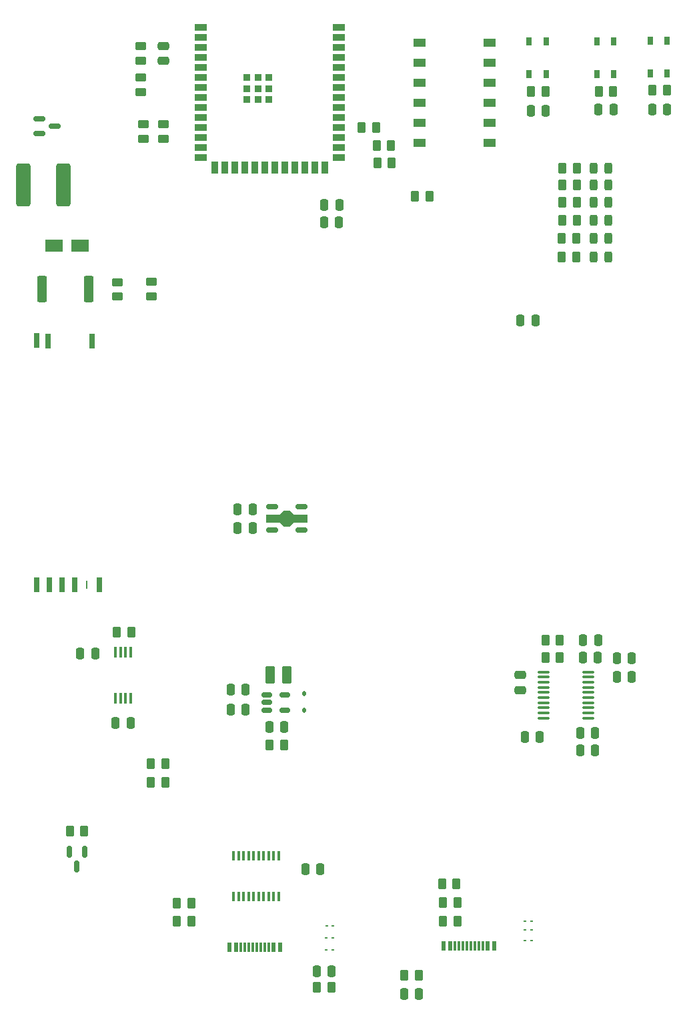
<source format=gbr>
%TF.GenerationSoftware,KiCad,Pcbnew,8.0.4*%
%TF.CreationDate,2025-01-31T21:40:56-05:00*%
%TF.ProjectId,Radiation,52616469-6174-4696-9f6e-2e6b69636164,rev?*%
%TF.SameCoordinates,Original*%
%TF.FileFunction,Paste,Top*%
%TF.FilePolarity,Positive*%
%FSLAX46Y46*%
G04 Gerber Fmt 4.6, Leading zero omitted, Abs format (unit mm)*
G04 Created by KiCad (PCBNEW 8.0.4) date 2025-01-31 21:40:56*
%MOMM*%
%LPD*%
G01*
G04 APERTURE LIST*
G04 Aperture macros list*
%AMRoundRect*
0 Rectangle with rounded corners*
0 $1 Rounding radius*
0 $2 $3 $4 $5 $6 $7 $8 $9 X,Y pos of 4 corners*
0 Add a 4 corners polygon primitive as box body*
4,1,4,$2,$3,$4,$5,$6,$7,$8,$9,$2,$3,0*
0 Add four circle primitives for the rounded corners*
1,1,$1+$1,$2,$3*
1,1,$1+$1,$4,$5*
1,1,$1+$1,$6,$7*
1,1,$1+$1,$8,$9*
0 Add four rect primitives between the rounded corners*
20,1,$1+$1,$2,$3,$4,$5,0*
20,1,$1+$1,$4,$5,$6,$7,0*
20,1,$1+$1,$6,$7,$8,$9,0*
20,1,$1+$1,$8,$9,$2,$3,0*%
%AMFreePoly0*
4,1,13,0.900000,0.500000,2.600000,0.500000,2.600000,-0.500000,0.900000,-0.500000,0.400000,-1.000000,-0.400000,-1.000000,-0.900000,-0.500000,-2.600000,-0.500000,-2.600000,0.500000,-0.900000,0.500000,-0.400000,1.000000,0.400000,1.000000,0.900000,0.500000,0.900000,0.500000,$1*%
G04 Aperture macros list end*
%ADD10R,0.600000X1.150000*%
%ADD11R,0.300000X1.150000*%
%ADD12RoundRect,0.250000X0.262500X0.450000X-0.262500X0.450000X-0.262500X-0.450000X0.262500X-0.450000X0*%
%ADD13RoundRect,0.250000X-0.250000X-0.475000X0.250000X-0.475000X0.250000X0.475000X-0.250000X0.475000X0*%
%ADD14R,0.760000X1.910000*%
%ADD15R,0.150000X1.000000*%
%ADD16RoundRect,0.062500X0.117500X0.062500X-0.117500X0.062500X-0.117500X-0.062500X0.117500X-0.062500X0*%
%ADD17R,0.400000X1.200000*%
%ADD18RoundRect,0.150000X-0.587500X-0.150000X0.587500X-0.150000X0.587500X0.150000X-0.587500X0.150000X0*%
%ADD19RoundRect,0.250000X-0.262500X-0.450000X0.262500X-0.450000X0.262500X0.450000X-0.262500X0.450000X0*%
%ADD20RoundRect,0.250000X-0.650000X-2.450000X0.650000X-2.450000X0.650000X2.450000X-0.650000X2.450000X0*%
%ADD21R,0.650000X1.050000*%
%ADD22RoundRect,0.175000X-0.575000X-0.175000X0.575000X-0.175000X0.575000X0.175000X-0.575000X0.175000X0*%
%ADD23FreePoly0,0.000000*%
%ADD24RoundRect,0.250000X-0.450000X0.262500X-0.450000X-0.262500X0.450000X-0.262500X0.450000X0.262500X0*%
%ADD25RoundRect,0.250000X0.375000X0.850000X-0.375000X0.850000X-0.375000X-0.850000X0.375000X-0.850000X0*%
%ADD26RoundRect,0.250000X0.250000X0.475000X-0.250000X0.475000X-0.250000X-0.475000X0.250000X-0.475000X0*%
%ADD27RoundRect,0.100000X-0.637500X-0.100000X0.637500X-0.100000X0.637500X0.100000X-0.637500X0.100000X0*%
%ADD28RoundRect,0.243750X0.243750X0.456250X-0.243750X0.456250X-0.243750X-0.456250X0.243750X-0.456250X0*%
%ADD29RoundRect,0.250000X-0.475000X0.250000X-0.475000X-0.250000X0.475000X-0.250000X0.475000X0.250000X0*%
%ADD30R,2.260000X1.510000*%
%ADD31RoundRect,0.250000X-0.362500X-1.425000X0.362500X-1.425000X0.362500X1.425000X-0.362500X1.425000X0*%
%ADD32RoundRect,0.150000X-0.512500X-0.150000X0.512500X-0.150000X0.512500X0.150000X-0.512500X0.150000X0*%
%ADD33R,0.355600X1.473200*%
%ADD34R,1.500000X1.100000*%
%ADD35RoundRect,0.250000X0.475000X-0.250000X0.475000X0.250000X-0.475000X0.250000X-0.475000X-0.250000X0*%
%ADD36RoundRect,0.150000X-0.150000X0.587500X-0.150000X-0.587500X0.150000X-0.587500X0.150000X0.587500X0*%
%ADD37R,1.500000X0.900000*%
%ADD38R,0.900000X1.500000*%
%ADD39R,0.900000X0.900000*%
%ADD40RoundRect,0.112500X0.112500X-0.187500X0.112500X0.187500X-0.112500X0.187500X-0.112500X-0.187500X0*%
G04 APERTURE END LIST*
D10*
%TO.C,J1*%
X107400000Y-179345000D03*
X108200000Y-179345000D03*
D11*
X109350000Y-179345000D03*
X110350000Y-179345000D03*
X110850000Y-179345000D03*
X111850000Y-179345000D03*
D10*
X113800000Y-179345000D03*
X113000000Y-179345000D03*
D11*
X112350000Y-179345000D03*
X111350000Y-179345000D03*
X109850000Y-179345000D03*
X108850000Y-179345000D03*
%TD*%
D10*
%TO.C,J2*%
X80222500Y-179445000D03*
X81022500Y-179445000D03*
D11*
X82172500Y-179445000D03*
X83172500Y-179445000D03*
X83672500Y-179445000D03*
X84672500Y-179445000D03*
D10*
X86622500Y-179445000D03*
X85822500Y-179445000D03*
D11*
X85172500Y-179445000D03*
X84172500Y-179445000D03*
X82672500Y-179445000D03*
X81672500Y-179445000D03*
%TD*%
D12*
%TO.C,R4*%
X67712500Y-139500000D03*
X65887500Y-139500000D03*
%TD*%
%TO.C,R29*%
X122112500Y-142725000D03*
X120287500Y-142725000D03*
%TD*%
D13*
%TO.C,C10*%
X92200000Y-87500000D03*
X94100000Y-87500000D03*
%TD*%
D14*
%TO.C,T1*%
X55712500Y-133505000D03*
X57312500Y-133505000D03*
X58912500Y-133505000D03*
X60512500Y-133505000D03*
D15*
X62082500Y-133505000D03*
D14*
X63712500Y-133505000D03*
X62742500Y-102575000D03*
X57142500Y-102575000D03*
X55712500Y-102535000D03*
%TD*%
D12*
%TO.C,R25*%
X100812500Y-80000000D03*
X98987500Y-80000000D03*
%TD*%
%TO.C,R32*%
X135712500Y-70800000D03*
X133887500Y-70800000D03*
%TD*%
D16*
%TO.C,D5*%
X117680000Y-177300000D03*
X118520000Y-177300000D03*
%TD*%
D17*
%TO.C,U5*%
X86447500Y-167857500D03*
X85812500Y-167857500D03*
X85177500Y-167857500D03*
X84542500Y-167857500D03*
X83907500Y-167857500D03*
X83272500Y-167857500D03*
X82637500Y-167857500D03*
X82002500Y-167857500D03*
X81367500Y-167857500D03*
X80732500Y-167857500D03*
X80732500Y-173057500D03*
X81367500Y-173057500D03*
X82002500Y-173057500D03*
X82637500Y-173057500D03*
X83272500Y-173057500D03*
X83907500Y-173057500D03*
X84542500Y-173057500D03*
X85177500Y-173057500D03*
X85812500Y-173057500D03*
X86447500Y-173057500D03*
%TD*%
D18*
%TO.C,Q1*%
X56100000Y-74400000D03*
X56100000Y-76300000D03*
X57975000Y-75350000D03*
%TD*%
D12*
%TO.C,R14*%
X104212500Y-183000000D03*
X102387500Y-183000000D03*
%TD*%
D19*
%TO.C,R17*%
X122375000Y-91900000D03*
X124200000Y-91900000D03*
%TD*%
D12*
%TO.C,R30*%
X122112500Y-140525000D03*
X120287500Y-140525000D03*
%TD*%
%TO.C,R33*%
X128912500Y-70900000D03*
X127087500Y-70900000D03*
%TD*%
%TO.C,R21*%
X75335000Y-173900000D03*
X73510000Y-173900000D03*
%TD*%
%TO.C,R26*%
X100712500Y-77800000D03*
X98887500Y-77800000D03*
%TD*%
%TO.C,R18*%
X75335000Y-176200000D03*
X73510000Y-176200000D03*
%TD*%
D13*
%TO.C,C14*%
X125112500Y-140525000D03*
X127012500Y-140525000D03*
%TD*%
%TO.C,C7*%
X80350000Y-146790000D03*
X82250000Y-146790000D03*
%TD*%
%TO.C,C19*%
X124712500Y-154525000D03*
X126612500Y-154525000D03*
%TD*%
%TO.C,C6*%
X81250000Y-126300000D03*
X83150000Y-126300000D03*
%TD*%
D12*
%TO.C,R34*%
X120312500Y-70971500D03*
X118487500Y-70971500D03*
%TD*%
D13*
%TO.C,C5*%
X81250000Y-123900000D03*
X83150000Y-123900000D03*
%TD*%
D20*
%TO.C,C1*%
X54050000Y-82800000D03*
X59150000Y-82800000D03*
%TD*%
D12*
%TO.C,R6*%
X124300000Y-87300000D03*
X122475000Y-87300000D03*
%TD*%
D21*
%TO.C,S2*%
X128975000Y-64625000D03*
X128975000Y-68775000D03*
X126825000Y-64625000D03*
X126825000Y-68775000D03*
%TD*%
D13*
%TO.C,C22*%
X127050000Y-73200000D03*
X128950000Y-73200000D03*
%TD*%
D22*
%TO.C,U2*%
X85600000Y-123600000D03*
D23*
X87450000Y-125100000D03*
D22*
X85600000Y-126600000D03*
X89300000Y-126600000D03*
X89300000Y-123600000D03*
%TD*%
D13*
%TO.C,C18*%
X124712500Y-152325000D03*
X126612500Y-152325000D03*
%TD*%
D16*
%TO.C,D12*%
X92502500Y-179800000D03*
X93342500Y-179800000D03*
%TD*%
D12*
%TO.C,R28*%
X61762500Y-164737500D03*
X59937500Y-164737500D03*
%TD*%
D24*
%TO.C,R11*%
X69300000Y-75087500D03*
X69300000Y-76912500D03*
%TD*%
D19*
%TO.C,R15*%
X107287500Y-173800000D03*
X109112500Y-173800000D03*
%TD*%
D25*
%TO.C,L1*%
X87500000Y-144900000D03*
X85350000Y-144900000D03*
%TD*%
D13*
%TO.C,C2*%
X61250000Y-142200000D03*
X63150000Y-142200000D03*
%TD*%
D16*
%TO.C,D7*%
X117680000Y-178600000D03*
X118520000Y-178600000D03*
%TD*%
D12*
%TO.C,R23*%
X124300000Y-80700000D03*
X122475000Y-80700000D03*
%TD*%
D13*
%TO.C,C25*%
X89850000Y-169600000D03*
X91750000Y-169600000D03*
%TD*%
%TO.C,C9*%
X92250000Y-85300000D03*
X94150000Y-85300000D03*
%TD*%
D19*
%TO.C,R19*%
X122375000Y-89600000D03*
X124200000Y-89600000D03*
%TD*%
D12*
%TO.C,R7*%
X87112500Y-153800000D03*
X85287500Y-153800000D03*
%TD*%
%TO.C,R27*%
X98812500Y-75500000D03*
X96987500Y-75500000D03*
%TD*%
D26*
%TO.C,C26*%
X119600000Y-152800000D03*
X117700000Y-152800000D03*
%TD*%
%TO.C,C3*%
X67650000Y-151000000D03*
X65750000Y-151000000D03*
%TD*%
D27*
%TO.C,U6*%
X120037500Y-144575000D03*
X120037500Y-145225000D03*
X120037500Y-145875000D03*
X120037500Y-146525000D03*
X120037500Y-147175000D03*
X120037500Y-147825000D03*
X120037500Y-148475000D03*
X120037500Y-149125000D03*
X120037500Y-149775000D03*
X120037500Y-150425000D03*
X125762500Y-150425000D03*
X125762500Y-149775000D03*
X125762500Y-149125000D03*
X125762500Y-148475000D03*
X125762500Y-147825000D03*
X125762500Y-147175000D03*
X125762500Y-146525000D03*
X125762500Y-145875000D03*
X125762500Y-145225000D03*
X125762500Y-144575000D03*
%TD*%
D28*
%TO.C,D2*%
X128325000Y-87300000D03*
X126450000Y-87300000D03*
%TD*%
D19*
%TO.C,R22*%
X91287500Y-184600000D03*
X93112500Y-184600000D03*
%TD*%
D24*
%TO.C,R13*%
X68900000Y-65187500D03*
X68900000Y-67012500D03*
%TD*%
D16*
%TO.C,D6*%
X117680000Y-176200000D03*
X118520000Y-176200000D03*
%TD*%
D29*
%TO.C,C13*%
X117100000Y-144950000D03*
X117100000Y-146850000D03*
%TD*%
D12*
%TO.C,R12*%
X109112500Y-176200000D03*
X107287500Y-176200000D03*
%TD*%
D30*
%TO.C,D1*%
X61232500Y-90500000D03*
X57892500Y-90500000D03*
%TD*%
D19*
%TO.C,R5*%
X103775000Y-84200000D03*
X105600000Y-84200000D03*
%TD*%
D12*
%TO.C,R20*%
X72037500Y-156200000D03*
X70212500Y-156200000D03*
%TD*%
D31*
%TO.C,R3*%
X56437500Y-96000000D03*
X62362500Y-96000000D03*
%TD*%
D13*
%TO.C,C15*%
X125062500Y-142725000D03*
X126962500Y-142725000D03*
%TD*%
%TO.C,C21*%
X117150000Y-100000000D03*
X119050000Y-100000000D03*
%TD*%
D21*
%TO.C,S3*%
X120375000Y-64596500D03*
X120375000Y-68746500D03*
X118225000Y-64596500D03*
X118225000Y-68746500D03*
%TD*%
D13*
%TO.C,C17*%
X129350000Y-145200000D03*
X131250000Y-145200000D03*
%TD*%
D12*
%TO.C,R24*%
X124300000Y-82800000D03*
X122475000Y-82800000D03*
%TD*%
D32*
%TO.C,U3*%
X84925000Y-147500000D03*
X84925000Y-148450000D03*
X84925000Y-149400000D03*
X87200000Y-149400000D03*
X87200000Y-147500000D03*
%TD*%
D13*
%TO.C,C23*%
X118450000Y-73400000D03*
X120350000Y-73400000D03*
%TD*%
D24*
%TO.C,R10*%
X71800000Y-75100000D03*
X71800000Y-76925000D03*
%TD*%
D28*
%TO.C,D4*%
X128325000Y-85000000D03*
X126450000Y-85000000D03*
%TD*%
D13*
%TO.C,C8*%
X80350000Y-149300000D03*
X82250000Y-149300000D03*
%TD*%
D21*
%TO.C,S1*%
X135775000Y-64525000D03*
X135775000Y-68675000D03*
X133625000Y-64525000D03*
X133625000Y-68675000D03*
%TD*%
D28*
%TO.C,D14*%
X128325000Y-82800000D03*
X126450000Y-82800000D03*
%TD*%
%TO.C,D9*%
X128325000Y-89600000D03*
X126450000Y-89600000D03*
%TD*%
D33*
%TO.C,U1*%
X67674999Y-142079000D03*
X67025001Y-142079000D03*
X66374999Y-142079000D03*
X65725001Y-142079000D03*
X65725001Y-147921000D03*
X66374999Y-147921000D03*
X67025001Y-147921000D03*
X67674999Y-147921000D03*
%TD*%
D34*
%TO.C,S4*%
X113250000Y-77450000D03*
X104350000Y-77450000D03*
X113250000Y-74910000D03*
X104350000Y-74910000D03*
X113250000Y-72370000D03*
X104350000Y-72370000D03*
X113250000Y-69830000D03*
X104350000Y-69830000D03*
X113250000Y-67290000D03*
X104350000Y-67290000D03*
X113250000Y-64750000D03*
X104350000Y-64750000D03*
%TD*%
D13*
%TO.C,C16*%
X129350000Y-142800000D03*
X131250000Y-142800000D03*
%TD*%
D19*
%TO.C,R31*%
X107200000Y-171400000D03*
X109025000Y-171400000D03*
%TD*%
D24*
%TO.C,R9*%
X68900000Y-69187500D03*
X68900000Y-71012500D03*
%TD*%
D35*
%TO.C,C24*%
X71800000Y-67050000D03*
X71800000Y-65150000D03*
%TD*%
D28*
%TO.C,D13*%
X128325000Y-80700000D03*
X126450000Y-80700000D03*
%TD*%
D36*
%TO.C,Q4*%
X61800000Y-167400000D03*
X59900000Y-167400000D03*
X60850000Y-169275000D03*
%TD*%
D24*
%TO.C,R2*%
X66000000Y-95137500D03*
X66000000Y-96962500D03*
%TD*%
D12*
%TO.C,R8*%
X124300000Y-85000000D03*
X122475000Y-85000000D03*
%TD*%
D28*
%TO.C,D8*%
X128325000Y-91900000D03*
X126450000Y-91900000D03*
%TD*%
D37*
%TO.C,U4*%
X76550000Y-62850000D03*
X76550000Y-64120000D03*
X76550000Y-65390000D03*
X76550000Y-66660000D03*
X76550000Y-67930000D03*
X76550000Y-69200000D03*
X76550000Y-70470000D03*
X76550000Y-71740000D03*
X76550000Y-73010000D03*
X76550000Y-74280000D03*
X76550000Y-75550000D03*
X76550000Y-76820000D03*
X76550000Y-78090000D03*
X76550000Y-79360000D03*
D38*
X78315000Y-80610000D03*
X79585000Y-80610000D03*
X80855000Y-80610000D03*
X82125000Y-80610000D03*
X83395000Y-80610000D03*
X84665000Y-80610000D03*
X85935000Y-80610000D03*
X87205000Y-80610000D03*
X88475000Y-80610000D03*
X89745000Y-80610000D03*
X91015000Y-80610000D03*
X92285000Y-80610000D03*
D37*
X94050000Y-79360000D03*
X94050000Y-78090000D03*
X94050000Y-76820000D03*
X94050000Y-75550000D03*
X94050000Y-74280000D03*
X94050000Y-73010000D03*
X94050000Y-71740000D03*
X94050000Y-70470000D03*
X94050000Y-69200000D03*
X94050000Y-67930000D03*
X94050000Y-66660000D03*
X94050000Y-65390000D03*
X94050000Y-64120000D03*
X94050000Y-62850000D03*
D39*
X83800000Y-70570000D03*
X83800000Y-69170000D03*
X82400000Y-69170000D03*
X82400000Y-70570000D03*
X82400000Y-71970000D03*
X83800000Y-71970000D03*
X85200000Y-71970000D03*
X85200000Y-70570000D03*
X85200000Y-69170000D03*
%TD*%
D16*
%TO.C,D11*%
X92502500Y-178300000D03*
X93342500Y-178300000D03*
%TD*%
D24*
%TO.C,R1*%
X70300000Y-95075000D03*
X70300000Y-96900000D03*
%TD*%
D12*
%TO.C,R16*%
X72037500Y-158600000D03*
X70212500Y-158600000D03*
%TD*%
D13*
%TO.C,C20*%
X133850000Y-73200000D03*
X135750000Y-73200000D03*
%TD*%
%TO.C,C12*%
X91250000Y-182500000D03*
X93150000Y-182500000D03*
%TD*%
D16*
%TO.C,D10*%
X92517500Y-176800000D03*
X93357500Y-176800000D03*
%TD*%
D26*
%TO.C,C4*%
X87150000Y-151500000D03*
X85250000Y-151500000D03*
%TD*%
D13*
%TO.C,C11*%
X102362500Y-185400000D03*
X104262500Y-185400000D03*
%TD*%
D40*
%TO.C,D3*%
X89700000Y-149450000D03*
X89700000Y-147350000D03*
%TD*%
M02*

</source>
